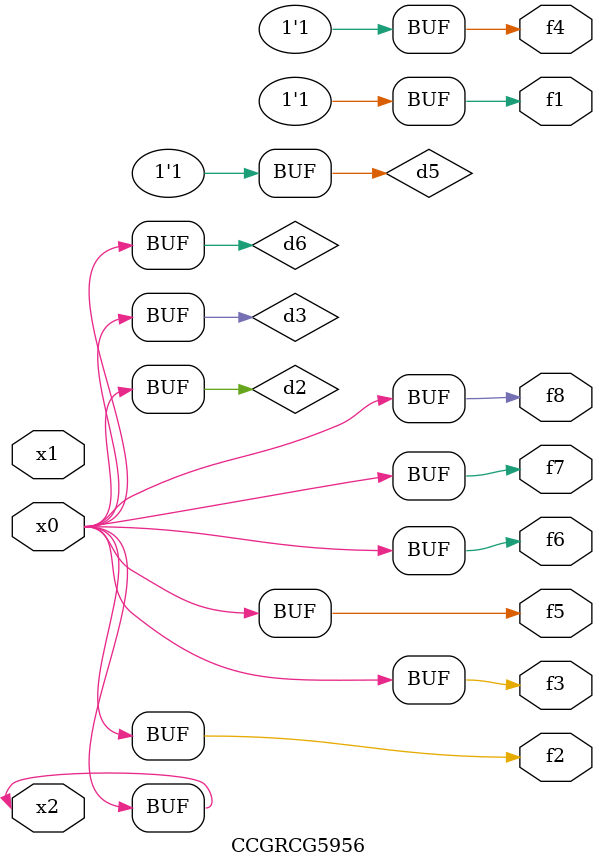
<source format=v>
module CCGRCG5956(
	input x0, x1, x2,
	output f1, f2, f3, f4, f5, f6, f7, f8
);

	wire d1, d2, d3, d4, d5, d6;

	xnor (d1, x2);
	buf (d2, x0, x2);
	and (d3, x0);
	xnor (d4, x1, x2);
	nand (d5, d1, d3);
	buf (d6, d2, d3);
	assign f1 = d5;
	assign f2 = d6;
	assign f3 = d6;
	assign f4 = d5;
	assign f5 = d6;
	assign f6 = d6;
	assign f7 = d6;
	assign f8 = d6;
endmodule

</source>
